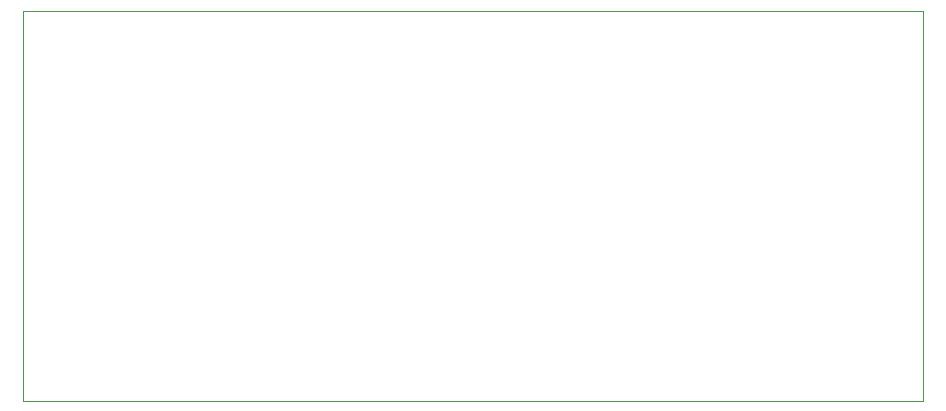
<source format=gbr>
%TF.GenerationSoftware,KiCad,Pcbnew,7.0.6*%
%TF.CreationDate,2023-08-24T17:38:11-04:00*%
%TF.ProjectId,usbio,75736269-6f2e-46b6-9963-61645f706362,rev?*%
%TF.SameCoordinates,Original*%
%TF.FileFunction,Profile,NP*%
%FSLAX46Y46*%
G04 Gerber Fmt 4.6, Leading zero omitted, Abs format (unit mm)*
G04 Created by KiCad (PCBNEW 7.0.6) date 2023-08-24 17:38:11*
%MOMM*%
%LPD*%
G01*
G04 APERTURE LIST*
%TA.AperFunction,Profile*%
%ADD10C,0.100000*%
%TD*%
G04 APERTURE END LIST*
D10*
X78740000Y-52070000D02*
X154940000Y-52070000D01*
X154940000Y-85090000D01*
X78740000Y-85090000D01*
X78740000Y-52070000D01*
M02*

</source>
